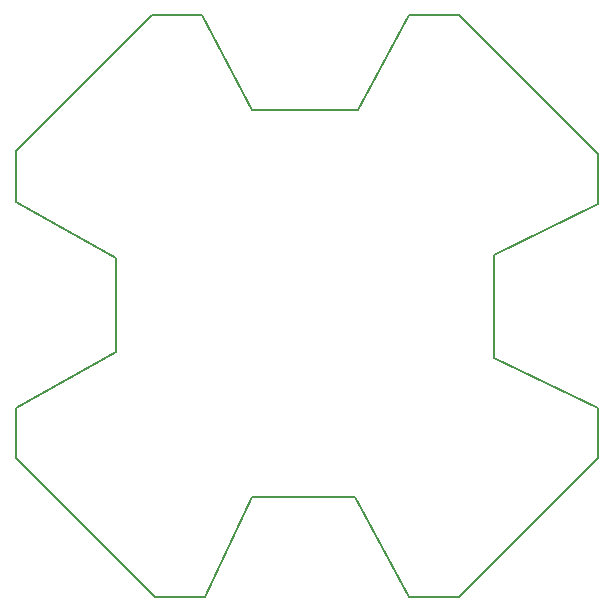
<source format=gm1>
G04 #@! TF.FileFunction,Profile,NP*
%FSLAX46Y46*%
G04 Gerber Fmt 4.6, Leading zero omitted, Abs format (unit mm)*
G04 Created by KiCad (PCBNEW 4.0.6) date 07/08/18 16:23:34*
%MOMM*%
%LPD*%
G01*
G04 APERTURE LIST*
%ADD10C,0.100000*%
%ADD11C,0.203200*%
G04 APERTURE END LIST*
D10*
D11*
X38750000Y-71500000D02*
X38500000Y-71500000D01*
X22750000Y-59750000D02*
X22750000Y-55500000D01*
X34500000Y-71500000D02*
X22750000Y-59750000D01*
X38500000Y-71500000D02*
X34500000Y-71500000D01*
X72000000Y-59750000D02*
X72000000Y-55500000D01*
X60250000Y-71500000D02*
X72000000Y-59750000D01*
X56000000Y-71500000D02*
X60250000Y-71500000D01*
X72000000Y-34000000D02*
X72000000Y-38250000D01*
X60250000Y-22250000D02*
X72000000Y-34000000D01*
X56000000Y-22250000D02*
X60250000Y-22250000D01*
X22750000Y-33750000D02*
X22750000Y-38000000D01*
X34250000Y-22250000D02*
X22750000Y-33750000D01*
X38500000Y-22250000D02*
X34250000Y-22250000D01*
X31250000Y-42750000D02*
X22750000Y-38000000D01*
X31250000Y-50750000D02*
X31250000Y-42750000D01*
X22750000Y-55500000D02*
X31250000Y-50750000D01*
X42750000Y-63000000D02*
X38750000Y-71500000D01*
X51500000Y-63000000D02*
X42750000Y-63000000D01*
X56000000Y-71500000D02*
X51500000Y-63000000D01*
X63250000Y-51250000D02*
X72000000Y-55500000D01*
X63250000Y-42500000D02*
X63250000Y-51250000D01*
X72000000Y-38250000D02*
X63250000Y-42500000D01*
X51750000Y-30250000D02*
X56000000Y-22250000D01*
X42750000Y-30250000D02*
X51750000Y-30250000D01*
X38500000Y-22250000D02*
X42750000Y-30250000D01*
M02*

</source>
